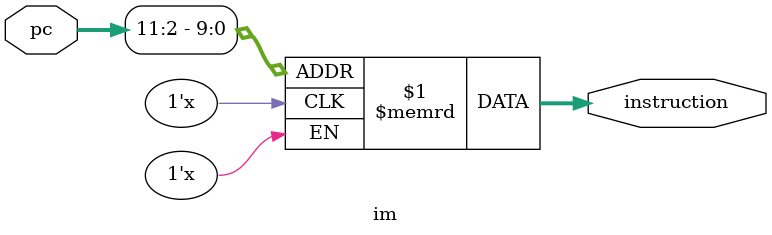
<source format=v>
module im(instruction,pc);
    output [31:0] instruction;
    input [31:0] pc;

    reg [31:0] ins_memory[1023:0]; //4k指令存储器

    assign instruction = ins_memory[pc[11:2]];
endmodule
</source>
